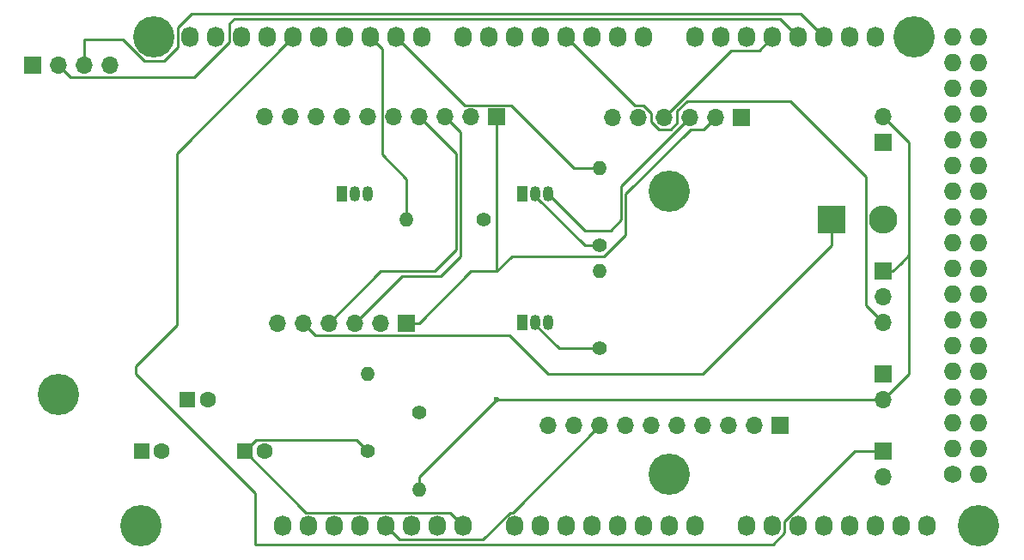
<source format=gbl>
%TF.GenerationSoftware,KiCad,Pcbnew,(6.0.4-0)*%
%TF.CreationDate,2022-07-18T13:43:55-07:00*%
%TF.ProjectId,sailface-mega-shield,7361696c-6661-4636-952d-6d6567612d73,v0.2*%
%TF.SameCoordinates,Original*%
%TF.FileFunction,Copper,L2,Bot*%
%TF.FilePolarity,Positive*%
%FSLAX46Y46*%
G04 Gerber Fmt 4.6, Leading zero omitted, Abs format (unit mm)*
G04 Created by KiCad (PCBNEW (6.0.4-0)) date 2022-07-18 13:43:55*
%MOMM*%
%LPD*%
G01*
G04 APERTURE LIST*
%TA.AperFunction,ComponentPad*%
%ADD10C,4.064000*%
%TD*%
%TA.AperFunction,ComponentPad*%
%ADD11C,1.400000*%
%TD*%
%TA.AperFunction,ComponentPad*%
%ADD12O,1.400000X1.400000*%
%TD*%
%TA.AperFunction,ComponentPad*%
%ADD13C,1.727200*%
%TD*%
%TA.AperFunction,ComponentPad*%
%ADD14O,1.727200X1.727200*%
%TD*%
%TA.AperFunction,ComponentPad*%
%ADD15O,1.727200X2.032000*%
%TD*%
%TA.AperFunction,ComponentPad*%
%ADD16R,1.600000X1.600000*%
%TD*%
%TA.AperFunction,ComponentPad*%
%ADD17C,1.600000*%
%TD*%
%TA.AperFunction,ComponentPad*%
%ADD18R,1.050000X1.500000*%
%TD*%
%TA.AperFunction,ComponentPad*%
%ADD19O,1.050000X1.500000*%
%TD*%
%TA.AperFunction,ComponentPad*%
%ADD20R,1.700000X1.700000*%
%TD*%
%TA.AperFunction,ComponentPad*%
%ADD21O,1.700000X1.700000*%
%TD*%
%TA.AperFunction,ComponentPad*%
%ADD22R,2.800000X2.800000*%
%TD*%
%TA.AperFunction,ComponentPad*%
%ADD23O,2.800000X2.800000*%
%TD*%
%TA.AperFunction,ViaPad*%
%ADD24C,0.600000*%
%TD*%
%TA.AperFunction,Conductor*%
%ADD25C,0.250000*%
%TD*%
G04 APERTURE END LIST*
D10*
X109220000Y-106172000D03*
D11*
X139700000Y-111760000D03*
D12*
X139700000Y-104140000D03*
D11*
X162560000Y-101600000D03*
D12*
X162560000Y-93980000D03*
D11*
X144780000Y-107950000D03*
D12*
X144780000Y-115570000D03*
D11*
X151130000Y-88900000D03*
D12*
X143510000Y-88900000D03*
D11*
X162560000Y-91440000D03*
D12*
X162560000Y-83820000D03*
D13*
X197358000Y-114046000D03*
D14*
X199898000Y-114046000D03*
X197358000Y-111506000D03*
X199898000Y-111506000D03*
X197358000Y-108966000D03*
X199898000Y-108966000D03*
X197358000Y-106426000D03*
X199898000Y-106426000D03*
X197358000Y-103886000D03*
X199898000Y-103886000D03*
X197358000Y-101346000D03*
X199898000Y-101346000D03*
X197358000Y-98806000D03*
X199898000Y-98806000D03*
X197358000Y-96266000D03*
X199898000Y-96266000D03*
X197358000Y-93726000D03*
X199898000Y-93726000D03*
X197358000Y-91186000D03*
X199898000Y-91186000D03*
X197358000Y-88646000D03*
X199898000Y-88646000D03*
X197358000Y-86106000D03*
X199898000Y-86106000D03*
X197358000Y-83566000D03*
X199898000Y-83566000D03*
X197358000Y-81026000D03*
X199898000Y-81026000D03*
X197358000Y-78486000D03*
X199898000Y-78486000D03*
X197358000Y-75946000D03*
X199898000Y-75946000D03*
X197358000Y-73406000D03*
X199898000Y-73406000D03*
X197358000Y-70866000D03*
X199898000Y-70866000D03*
D15*
X131318000Y-119126000D03*
X133858000Y-119126000D03*
X136398000Y-119126000D03*
X138938000Y-119126000D03*
X141478000Y-119126000D03*
X144018000Y-119126000D03*
X146558000Y-119126000D03*
X149098000Y-119126000D03*
X154178000Y-119126000D03*
X156718000Y-119126000D03*
X159258000Y-119126000D03*
X161798000Y-119126000D03*
X164338000Y-119126000D03*
X166878000Y-119126000D03*
X169418000Y-119126000D03*
X171958000Y-119126000D03*
X177038000Y-119126000D03*
X179578000Y-119126000D03*
X182118000Y-119126000D03*
X184658000Y-119126000D03*
X187198000Y-119126000D03*
X189738000Y-119126000D03*
X192278000Y-119126000D03*
X194818000Y-119126000D03*
X122174000Y-70866000D03*
X124714000Y-70866000D03*
X127254000Y-70866000D03*
X129794000Y-70866000D03*
X132334000Y-70866000D03*
X134874000Y-70866000D03*
X137414000Y-70866000D03*
X139954000Y-70866000D03*
X142494000Y-70866000D03*
X145034000Y-70866000D03*
X149098000Y-70866000D03*
X151638000Y-70866000D03*
X154178000Y-70866000D03*
X156718000Y-70866000D03*
X159258000Y-70866000D03*
X161798000Y-70866000D03*
X164338000Y-70866000D03*
X166878000Y-70866000D03*
X171958000Y-70866000D03*
X174498000Y-70866000D03*
X177038000Y-70866000D03*
X179578000Y-70866000D03*
X182118000Y-70866000D03*
X184658000Y-70866000D03*
X187198000Y-70866000D03*
X189738000Y-70866000D03*
D10*
X117348000Y-119126000D03*
X169418000Y-114046000D03*
X199898000Y-119126000D03*
X118618000Y-70866000D03*
X169418000Y-86106000D03*
X193548000Y-70866000D03*
D16*
X117380000Y-111760000D03*
D17*
X119380000Y-111760000D03*
D18*
X137160000Y-86360000D03*
D19*
X138430000Y-86360000D03*
X139700000Y-86360000D03*
D20*
X190500000Y-93980000D03*
D21*
X190500000Y-96520000D03*
X190500000Y-99060000D03*
D16*
X121920000Y-106680000D03*
D17*
X123920000Y-106680000D03*
D20*
X190500000Y-81280000D03*
D21*
X190500000Y-78740000D03*
D20*
X190500000Y-111760000D03*
D21*
X190500000Y-114300000D03*
D20*
X190500000Y-104140000D03*
D21*
X190500000Y-106680000D03*
D20*
X152400000Y-78740000D03*
D21*
X149860000Y-78740000D03*
X147320000Y-78740000D03*
X144780000Y-78740000D03*
X142240000Y-78740000D03*
X139700000Y-78740000D03*
X137160000Y-78740000D03*
X134620000Y-78740000D03*
X132080000Y-78740000D03*
X129540000Y-78740000D03*
D22*
X185420000Y-88900000D03*
D23*
X190500000Y-88900000D03*
D16*
X127540000Y-111760000D03*
D17*
X129540000Y-111760000D03*
D20*
X176505000Y-78765000D03*
D21*
X173965000Y-78765000D03*
X171425000Y-78765000D03*
X168885000Y-78765000D03*
X166345000Y-78765000D03*
X163805000Y-78765000D03*
D20*
X180340000Y-109220000D03*
D21*
X177800000Y-109220000D03*
X175260000Y-109220000D03*
X172720000Y-109220000D03*
X170180000Y-109220000D03*
X167640000Y-109220000D03*
X165100000Y-109220000D03*
X162560000Y-109220000D03*
X160020000Y-109220000D03*
X157480000Y-109220000D03*
X130785000Y-99085000D03*
X133325000Y-99085000D03*
X135865000Y-99085000D03*
X138405000Y-99085000D03*
X140945000Y-99085000D03*
D20*
X143485000Y-99085000D03*
X106680000Y-73660000D03*
D21*
X109220000Y-73660000D03*
X111760000Y-73660000D03*
X114300000Y-73660000D03*
D18*
X154940000Y-86360000D03*
D19*
X156210000Y-86360000D03*
X157480000Y-86360000D03*
D18*
X154940000Y-99060000D03*
D19*
X156210000Y-99060000D03*
X157480000Y-99060000D03*
D24*
X152400000Y-106680000D03*
D25*
X191409022Y-93980000D02*
X190500000Y-93980000D01*
X192224511Y-93164511D02*
X191409022Y-93980000D01*
X190500000Y-106680000D02*
X193040000Y-104140000D01*
X193040000Y-81280000D02*
X190500000Y-78740000D01*
X144780000Y-114300000D02*
X152400000Y-106680000D01*
X193040000Y-104140000D02*
X193040000Y-91440000D01*
X192224511Y-93164511D02*
X193040000Y-92349022D01*
X152400000Y-106680000D02*
X190500000Y-106680000D01*
X144780000Y-115570000D02*
X144780000Y-114300000D01*
X193040000Y-92349022D02*
X193040000Y-81280000D01*
X153994520Y-117785480D02*
X153685865Y-117785480D01*
X153685865Y-117785480D02*
X151004825Y-120466520D01*
X162560000Y-109220000D02*
X153994520Y-117785480D01*
X142818520Y-120466520D02*
X141478000Y-119126000D01*
X151004825Y-120466520D02*
X142818520Y-120466520D01*
X146228878Y-93980000D02*
X140970000Y-93980000D01*
X146870480Y-94429520D02*
X148794031Y-92505969D01*
X138405000Y-99085000D02*
X143060480Y-94429520D01*
X148794031Y-92505969D02*
X148794031Y-80214031D01*
X140970000Y-93980000D02*
X135865000Y-99085000D01*
X148344511Y-91864367D02*
X146228878Y-93980000D01*
X144780000Y-78740000D02*
X148344511Y-82304511D01*
X148344511Y-82304511D02*
X148344511Y-91864367D01*
X148794031Y-80214031D02*
X147320000Y-78740000D01*
X143060480Y-94429520D02*
X146870480Y-94429520D01*
X180766120Y-118645225D02*
X187651345Y-111760000D01*
X132334000Y-70866000D02*
X120895489Y-82304511D01*
X128536040Y-120916040D02*
X128536040Y-115836040D01*
X128536040Y-120916040D02*
X179620616Y-120916040D01*
X179620616Y-120916040D02*
X180766120Y-119770535D01*
X120895489Y-82304511D02*
X120895489Y-99250834D01*
X180766120Y-119770535D02*
X180766120Y-118645225D01*
X116840000Y-103306323D02*
X120895489Y-99250834D01*
X187651345Y-111760000D02*
X190500000Y-111760000D01*
X128536040Y-115836040D02*
X116840000Y-104140000D01*
X116840000Y-104140000D02*
X116840000Y-103306323D01*
X143485000Y-99085000D02*
X144755000Y-99085000D01*
X144755000Y-99085000D02*
X149860000Y-93980000D01*
X173965000Y-78765000D02*
X172790489Y-79939511D01*
X171520489Y-79939511D02*
X165100000Y-86360000D01*
X165100000Y-90348878D02*
X165100000Y-86360000D01*
X162984367Y-92464511D02*
X165100000Y-90348878D01*
X152400000Y-93980000D02*
X153915489Y-92464511D01*
X153915489Y-92464511D02*
X162984367Y-92464511D01*
X152400000Y-78740000D02*
X152400000Y-93980000D01*
X172790489Y-79939511D02*
X171520489Y-79939511D01*
X152400000Y-93980000D02*
X149860000Y-93980000D01*
X120974511Y-69889900D02*
X120974511Y-71842100D01*
X120974511Y-71842100D02*
X119594100Y-73222511D01*
X182372000Y-68580000D02*
X122284411Y-68580000D01*
X111760000Y-73660000D02*
X111760000Y-71120000D01*
X111760000Y-71120000D02*
X114300000Y-71120000D01*
X184658000Y-70866000D02*
X182372000Y-68580000D01*
X122284411Y-68580000D02*
X120974511Y-69889900D01*
X117641900Y-73222511D02*
X115539389Y-71120000D01*
X119594100Y-73222511D02*
X117641900Y-73222511D01*
X115539389Y-71120000D02*
X113015000Y-71120000D01*
X126065880Y-71346775D02*
X126065880Y-69514120D01*
X122578145Y-74834511D02*
X110394511Y-74834511D01*
X126504040Y-69075960D02*
X180327960Y-69075960D01*
X126065880Y-69514120D02*
X126504040Y-69075960D01*
X110394511Y-74834511D02*
X109220000Y-73660000D01*
X180327960Y-69075960D02*
X182118000Y-70866000D01*
X126065880Y-71346775D02*
X122836328Y-74576328D01*
X122836328Y-74576328D02*
X122603144Y-74809511D01*
X122836328Y-74576328D02*
X122578145Y-74834511D01*
X163625969Y-89924511D02*
X164650480Y-88900000D01*
X164650480Y-88900000D02*
X164650480Y-85539520D01*
X157480000Y-86360000D02*
X161044511Y-89924511D01*
X161044511Y-89924511D02*
X163625969Y-89924511D01*
X164650480Y-85539520D02*
X171425000Y-78765000D01*
X156210000Y-86585000D02*
X161065000Y-91440000D01*
X156210000Y-86360000D02*
X156210000Y-86585000D01*
X161065000Y-91440000D02*
X162560000Y-91440000D01*
X149193489Y-77565489D02*
X153765489Y-77565489D01*
X160020000Y-83820000D02*
X153765489Y-77565489D01*
X142494000Y-70866000D02*
X149193489Y-77565489D01*
X162560000Y-83820000D02*
X160020000Y-83820000D01*
X141065489Y-82454511D02*
X143510000Y-84899022D01*
X143510000Y-84899022D02*
X143510000Y-88900000D01*
X139954000Y-70866000D02*
X141065489Y-71977489D01*
X141065489Y-71977489D02*
X141065489Y-82454511D01*
X139700000Y-111760000D02*
X138575489Y-110635489D01*
X127540000Y-111760000D02*
X133565480Y-117785480D01*
X147757480Y-117785480D02*
X149098000Y-119126000D01*
X128664511Y-110635489D02*
X127540000Y-111760000D01*
X133565480Y-117785480D02*
X147757480Y-117785480D01*
X138575489Y-110635489D02*
X128664511Y-110635489D01*
X168885000Y-78765000D02*
X175443480Y-72206520D01*
X175443480Y-72206520D02*
X178237480Y-72206520D01*
X178237480Y-72206520D02*
X179578000Y-70866000D01*
X134499511Y-100259511D02*
X133325000Y-99085000D01*
X157480000Y-104140000D02*
X153599511Y-100259511D01*
X153599511Y-100259511D02*
X134499511Y-100259511D01*
X185420000Y-91440000D02*
X172720000Y-104140000D01*
X185420000Y-88900000D02*
X185420000Y-91440000D01*
X172720000Y-104140000D02*
X157480000Y-104140000D01*
X171132859Y-77152859D02*
X181292859Y-77152859D01*
X165982489Y-77590489D02*
X166831499Y-77590489D01*
X167640000Y-79181010D02*
X168398501Y-79939511D01*
X188775489Y-84635489D02*
X188775489Y-97335489D01*
X170180000Y-79321988D02*
X170180000Y-78105718D01*
X159258000Y-70866000D02*
X165982489Y-77590489D01*
X181292859Y-77152859D02*
X188775489Y-84635489D01*
X166831499Y-77590489D02*
X167640000Y-78398990D01*
X170180000Y-78105718D02*
X171132859Y-77152859D01*
X169562477Y-79939511D02*
X170180000Y-79321988D01*
X167640000Y-78398990D02*
X167640000Y-79181010D01*
X188775489Y-97335489D02*
X190500000Y-99060000D01*
X168398501Y-79939511D02*
X169562477Y-79939511D01*
X156210000Y-99285000D02*
X158525000Y-101600000D01*
X158525000Y-101600000D02*
X162560000Y-101600000D01*
X156210000Y-99060000D02*
X156210000Y-99285000D01*
M02*

</source>
